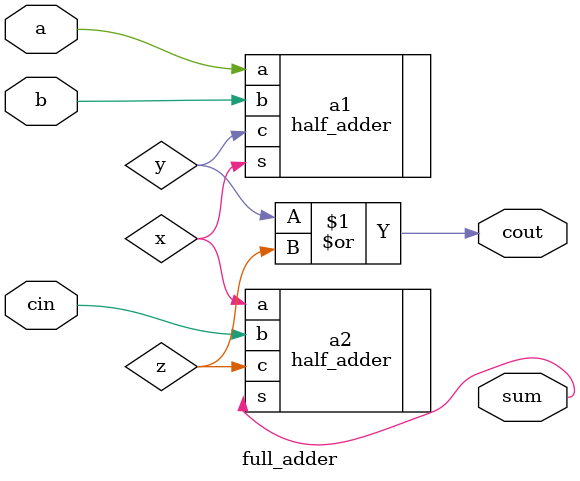
<source format=v>
`timescale 1ns / 1ps

//STRUCTURAL
module full_adder(input a,b,cin, output sum ,cout);
    wire x , y , z;
    half_adder a1(.a(a), .b(b), .s(x), .c(y));
    half_adder a2(.a(x), .b(cin), .s(sum), .c(z));
    or o1(cout, y, z);
endmodule

</source>
